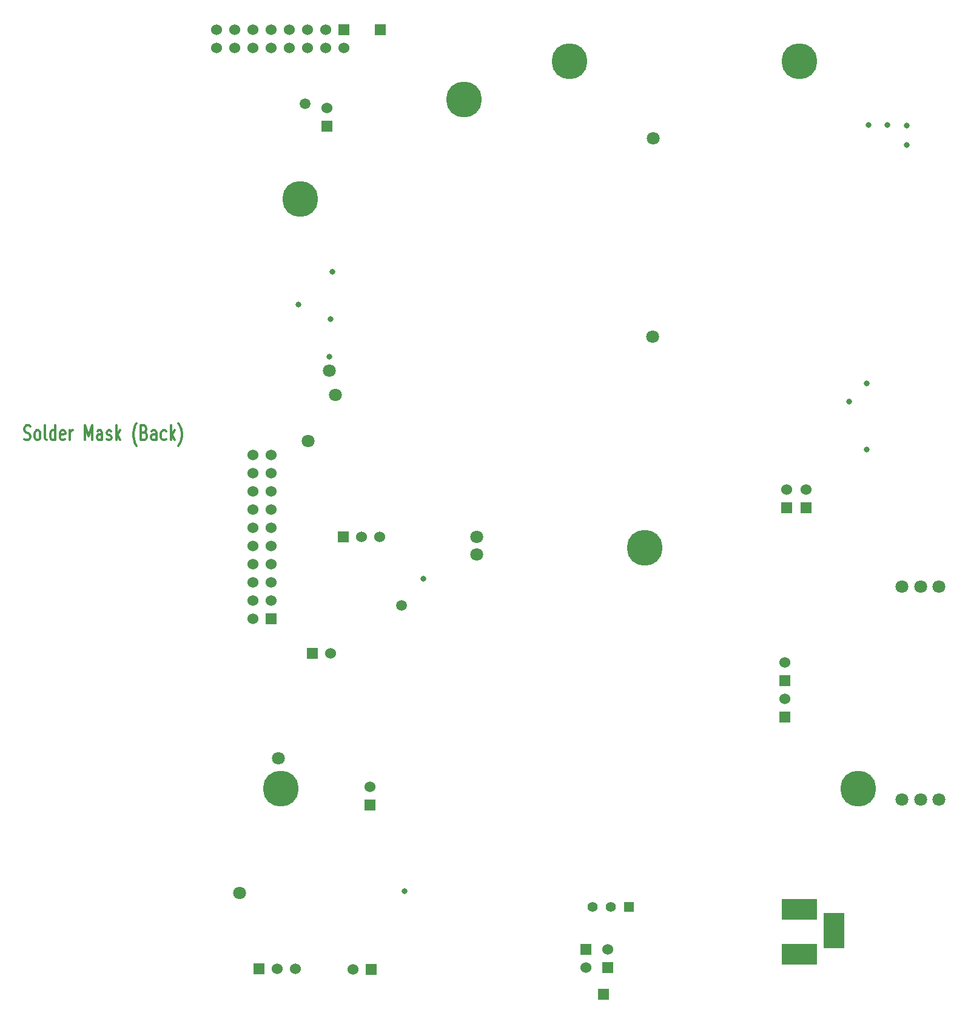
<source format=gbs>
G04 (created by PCBNEW-RS274X (2012-01-19 BZR 3256)-stable) date Tue 25 Sep 2012 18:45:10 BST*
G01*
G70*
G90*
%MOIN*%
G04 Gerber Fmt 3.4, Leading zero omitted, Abs format*
%FSLAX34Y34*%
G04 APERTURE LIST*
%ADD10C,0.009800*%
%ADD11C,0.012000*%
%ADD12R,0.055000X0.055000*%
%ADD13C,0.055000*%
%ADD14R,0.063000X0.063000*%
%ADD15R,0.060000X0.060000*%
%ADD16C,0.060000*%
%ADD17R,0.196900X0.118100*%
%ADD18R,0.118100X0.196900*%
%ADD19C,0.059100*%
%ADD20C,0.070900*%
%ADD21C,0.031600*%
%ADD22C,0.196900*%
G04 APERTURE END LIST*
G54D10*
G54D11*
X05372Y-33760D02*
X05458Y-33798D01*
X05601Y-33798D01*
X05658Y-33760D01*
X05687Y-33722D01*
X05715Y-33645D01*
X05715Y-33569D01*
X05687Y-33493D01*
X05658Y-33455D01*
X05601Y-33417D01*
X05487Y-33379D01*
X05429Y-33341D01*
X05401Y-33303D01*
X05372Y-33226D01*
X05372Y-33150D01*
X05401Y-33074D01*
X05429Y-33036D01*
X05487Y-32998D01*
X05629Y-32998D01*
X05715Y-33036D01*
X06058Y-33798D02*
X06000Y-33760D01*
X05972Y-33722D01*
X05943Y-33645D01*
X05943Y-33417D01*
X05972Y-33341D01*
X06000Y-33303D01*
X06058Y-33264D01*
X06143Y-33264D01*
X06200Y-33303D01*
X06229Y-33341D01*
X06258Y-33417D01*
X06258Y-33645D01*
X06229Y-33722D01*
X06200Y-33760D01*
X06143Y-33798D01*
X06058Y-33798D01*
X06601Y-33798D02*
X06543Y-33760D01*
X06515Y-33684D01*
X06515Y-32998D01*
X07086Y-33798D02*
X07086Y-32998D01*
X07086Y-33760D02*
X07029Y-33798D01*
X06915Y-33798D01*
X06857Y-33760D01*
X06829Y-33722D01*
X06800Y-33645D01*
X06800Y-33417D01*
X06829Y-33341D01*
X06857Y-33303D01*
X06915Y-33264D01*
X07029Y-33264D01*
X07086Y-33303D01*
X07600Y-33760D02*
X07543Y-33798D01*
X07429Y-33798D01*
X07372Y-33760D01*
X07343Y-33684D01*
X07343Y-33379D01*
X07372Y-33303D01*
X07429Y-33264D01*
X07543Y-33264D01*
X07600Y-33303D01*
X07629Y-33379D01*
X07629Y-33455D01*
X07343Y-33531D01*
X07886Y-33798D02*
X07886Y-33264D01*
X07886Y-33417D02*
X07914Y-33341D01*
X07943Y-33303D01*
X08000Y-33264D01*
X08057Y-33264D01*
X08714Y-33798D02*
X08714Y-32998D01*
X08914Y-33569D01*
X09114Y-32998D01*
X09114Y-33798D01*
X09657Y-33798D02*
X09657Y-33379D01*
X09628Y-33303D01*
X09571Y-33264D01*
X09457Y-33264D01*
X09400Y-33303D01*
X09657Y-33760D02*
X09600Y-33798D01*
X09457Y-33798D01*
X09400Y-33760D01*
X09371Y-33684D01*
X09371Y-33607D01*
X09400Y-33531D01*
X09457Y-33493D01*
X09600Y-33493D01*
X09657Y-33455D01*
X09914Y-33760D02*
X09971Y-33798D01*
X10086Y-33798D01*
X10143Y-33760D01*
X10171Y-33684D01*
X10171Y-33645D01*
X10143Y-33569D01*
X10086Y-33531D01*
X10000Y-33531D01*
X09943Y-33493D01*
X09914Y-33417D01*
X09914Y-33379D01*
X09943Y-33303D01*
X10000Y-33264D01*
X10086Y-33264D01*
X10143Y-33303D01*
X10429Y-33798D02*
X10429Y-32998D01*
X10486Y-33493D02*
X10657Y-33798D01*
X10657Y-33264D02*
X10429Y-33569D01*
X11543Y-34103D02*
X11515Y-34064D01*
X11458Y-33950D01*
X11429Y-33874D01*
X11400Y-33760D01*
X11372Y-33569D01*
X11372Y-33417D01*
X11400Y-33226D01*
X11429Y-33112D01*
X11458Y-33036D01*
X11515Y-32922D01*
X11543Y-32884D01*
X11972Y-33379D02*
X12058Y-33417D01*
X12086Y-33455D01*
X12115Y-33531D01*
X12115Y-33645D01*
X12086Y-33722D01*
X12058Y-33760D01*
X12000Y-33798D01*
X11772Y-33798D01*
X11772Y-32998D01*
X11972Y-32998D01*
X12029Y-33036D01*
X12058Y-33074D01*
X12086Y-33150D01*
X12086Y-33226D01*
X12058Y-33303D01*
X12029Y-33341D01*
X11972Y-33379D01*
X11772Y-33379D01*
X12629Y-33798D02*
X12629Y-33379D01*
X12600Y-33303D01*
X12543Y-33264D01*
X12429Y-33264D01*
X12372Y-33303D01*
X12629Y-33760D02*
X12572Y-33798D01*
X12429Y-33798D01*
X12372Y-33760D01*
X12343Y-33684D01*
X12343Y-33607D01*
X12372Y-33531D01*
X12429Y-33493D01*
X12572Y-33493D01*
X12629Y-33455D01*
X13172Y-33760D02*
X13115Y-33798D01*
X13001Y-33798D01*
X12943Y-33760D01*
X12915Y-33722D01*
X12886Y-33645D01*
X12886Y-33417D01*
X12915Y-33341D01*
X12943Y-33303D01*
X13001Y-33264D01*
X13115Y-33264D01*
X13172Y-33303D01*
X13429Y-33798D02*
X13429Y-32998D01*
X13486Y-33493D02*
X13657Y-33798D01*
X13657Y-33264D02*
X13429Y-33569D01*
X13858Y-34103D02*
X13886Y-34064D01*
X13943Y-33950D01*
X13972Y-33874D01*
X14001Y-33760D01*
X14029Y-33569D01*
X14029Y-33417D01*
X14001Y-33226D01*
X13972Y-33112D01*
X13943Y-33036D01*
X13886Y-32922D01*
X13858Y-32884D01*
G54D12*
X38598Y-59459D03*
G54D13*
X37598Y-59459D03*
X36598Y-59459D03*
G54D14*
X24951Y-11250D03*
G54D15*
X22939Y-11242D03*
G54D16*
X22939Y-12242D03*
X21939Y-11242D03*
X21939Y-12242D03*
X20939Y-11242D03*
X20939Y-12242D03*
X19939Y-11242D03*
X19939Y-12242D03*
X18939Y-11242D03*
X18939Y-12242D03*
X17939Y-11242D03*
X17939Y-12242D03*
X16939Y-11242D03*
X16939Y-12242D03*
X15939Y-12242D03*
X15939Y-11242D03*
G54D17*
X47982Y-62041D03*
X47982Y-59581D03*
G54D18*
X49872Y-60762D03*
G54D19*
X20827Y-15315D03*
X26122Y-42894D03*
G54D20*
X30236Y-40069D03*
G54D21*
X22303Y-24567D03*
G54D15*
X18935Y-43630D03*
G54D16*
X17935Y-43630D03*
X18935Y-42630D03*
X17935Y-42630D03*
X18935Y-41630D03*
X17935Y-41630D03*
X18935Y-40630D03*
X17935Y-40630D03*
X18935Y-39630D03*
X17935Y-39630D03*
X18935Y-38630D03*
X17935Y-38630D03*
X18935Y-37630D03*
X17935Y-37630D03*
X18935Y-36630D03*
X17935Y-36630D03*
X18935Y-35630D03*
X17935Y-35630D03*
X18935Y-34630D03*
X17935Y-34630D03*
G54D21*
X26289Y-58593D03*
X27323Y-41427D03*
X53868Y-16516D03*
X53868Y-17579D03*
X52795Y-16496D03*
X51791Y-16496D03*
X22224Y-27136D03*
X51663Y-34311D03*
X51663Y-30679D03*
X50709Y-31673D03*
X22146Y-29203D03*
G54D22*
X19469Y-52953D03*
X51220Y-52953D03*
X39469Y-39715D03*
X20543Y-20567D03*
X47972Y-12992D03*
G54D21*
X20443Y-26348D03*
G54D22*
X35345Y-12992D03*
G54D15*
X48337Y-37528D03*
G54D16*
X48337Y-36528D03*
G54D15*
X18291Y-62854D03*
G54D16*
X19291Y-62854D03*
X20291Y-62854D03*
G54D15*
X22917Y-39134D03*
G54D16*
X23917Y-39134D03*
X24917Y-39134D03*
G54D15*
X21222Y-45522D03*
G54D16*
X22222Y-45522D03*
G54D15*
X21998Y-16563D03*
G54D16*
X21998Y-15563D03*
G54D15*
X47165Y-47008D03*
G54D16*
X47165Y-46008D03*
G54D15*
X47169Y-49008D03*
G54D16*
X47169Y-48008D03*
G54D20*
X30246Y-39104D03*
X22156Y-29990D03*
X22470Y-31329D03*
X39931Y-17205D03*
X39911Y-28110D03*
X20974Y-33858D03*
X17200Y-58700D03*
X19350Y-51289D03*
X54630Y-41854D03*
X55630Y-41850D03*
X53622Y-41850D03*
X53622Y-53543D03*
X54634Y-53543D03*
X55630Y-53543D03*
G54D22*
X29547Y-15089D03*
G54D15*
X36252Y-61783D03*
G54D16*
X36252Y-62783D03*
G54D15*
X24437Y-62874D03*
G54D16*
X23437Y-62874D03*
G54D15*
X37449Y-62783D03*
G54D16*
X37449Y-61783D03*
G54D15*
X24380Y-53846D03*
G54D16*
X24380Y-52846D03*
G54D15*
X37197Y-64244D03*
X47274Y-37528D03*
G54D16*
X47274Y-36528D03*
M02*

</source>
